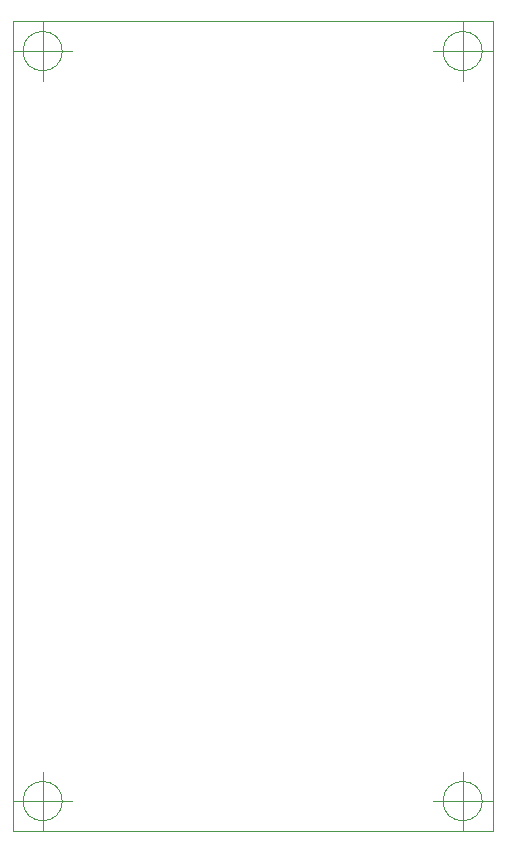
<source format=gm1>
G04 #@! TF.GenerationSoftware,KiCad,Pcbnew,6.0.2+dfsg-1*
G04 #@! TF.CreationDate,2022-08-28T17:00:07+02:00*
G04 #@! TF.ProjectId,serialMonster,73657269-616c-44d6-9f6e-737465722e6b,0.1*
G04 #@! TF.SameCoordinates,Original*
G04 #@! TF.FileFunction,Profile,NP*
%FSLAX46Y46*%
G04 Gerber Fmt 4.6, Leading zero omitted, Abs format (unit mm)*
G04 Created by KiCad (PCBNEW 6.0.2+dfsg-1) date 2022-08-28 17:00:07*
%MOMM*%
%LPD*%
G01*
G04 APERTURE LIST*
G04 #@! TA.AperFunction,Profile*
%ADD10C,0.100000*%
G04 #@! TD*
G04 APERTURE END LIST*
D10*
X88026666Y-158750000D02*
G75*
G03*
X88026666Y-158750000I-1666666J0D01*
G01*
X83860000Y-158750000D02*
X88860000Y-158750000D01*
X86360000Y-156250000D02*
X86360000Y-161250000D01*
X123586666Y-158750000D02*
G75*
G03*
X123586666Y-158750000I-1666666J0D01*
G01*
X119420000Y-158750000D02*
X124420000Y-158750000D01*
X121920000Y-156250000D02*
X121920000Y-161250000D01*
X123586666Y-95250000D02*
G75*
G03*
X123586666Y-95250000I-1666666J0D01*
G01*
X119420000Y-95250000D02*
X124420000Y-95250000D01*
X121920000Y-92750000D02*
X121920000Y-97750000D01*
X88026666Y-95250000D02*
G75*
G03*
X88026666Y-95250000I-1666666J0D01*
G01*
X83860000Y-95250000D02*
X88860000Y-95250000D01*
X86360000Y-92750000D02*
X86360000Y-97750000D01*
X83820000Y-161290000D02*
X83820000Y-92710000D01*
X124460000Y-161290000D02*
X83820000Y-161290000D01*
X124460000Y-92710000D02*
X124460000Y-161290000D01*
X83820000Y-92710000D02*
X124460000Y-92710000D01*
M02*

</source>
